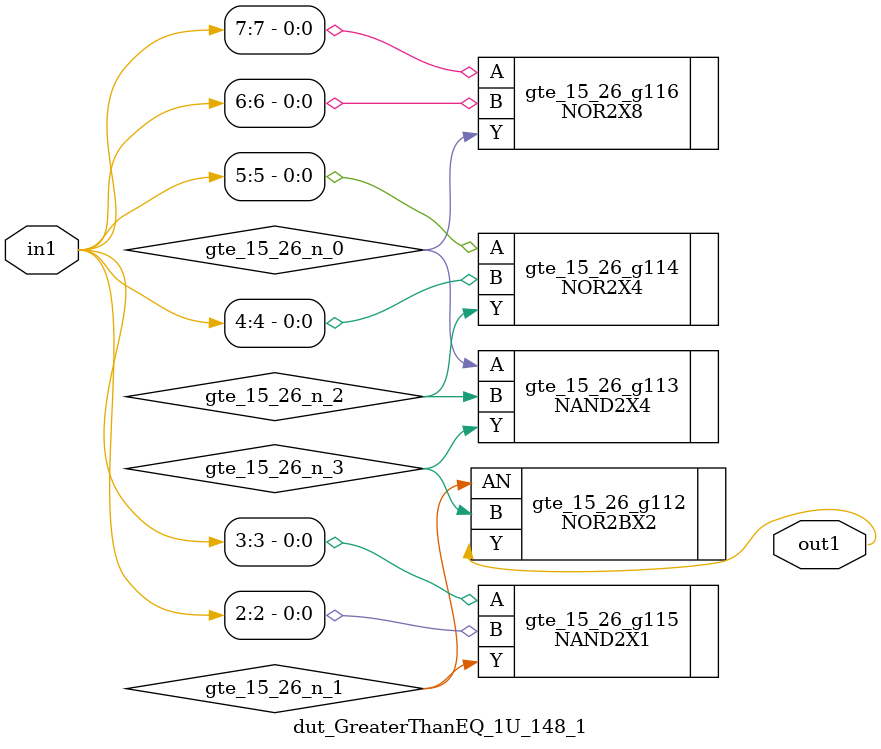
<source format=v>
`timescale 1ps / 1ps


module dut_GreaterThanEQ_1U_148_1(in1, out1);
  input [7:0] in1;
  output out1;
  wire [7:0] in1;
  wire out1;
  wire gte_15_26_n_0, gte_15_26_n_1, gte_15_26_n_2, gte_15_26_n_3;
  NOR2BX2 gte_15_26_g112(.AN (gte_15_26_n_1), .B (gte_15_26_n_3), .Y
       (out1));
  NAND2X4 gte_15_26_g113(.A (gte_15_26_n_0), .B (gte_15_26_n_2), .Y
       (gte_15_26_n_3));
  NOR2X4 gte_15_26_g114(.A (in1[5]), .B (in1[4]), .Y (gte_15_26_n_2));
  NAND2X1 gte_15_26_g115(.A (in1[3]), .B (in1[2]), .Y (gte_15_26_n_1));
  NOR2X8 gte_15_26_g116(.A (in1[7]), .B (in1[6]), .Y (gte_15_26_n_0));
endmodule



</source>
